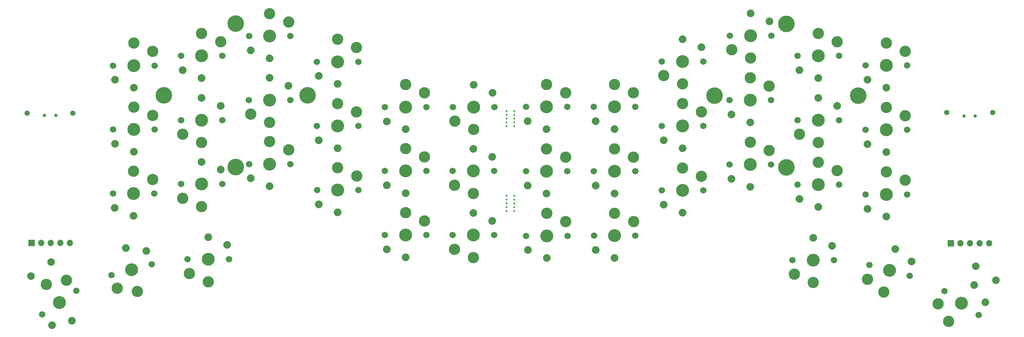
<source format=gbr>
%TF.GenerationSoftware,KiCad,Pcbnew,(6.0.5-0)*%
%TF.CreationDate,2022-12-11T16:35:27-08:00*%
%TF.ProjectId,Swept_3x6,53776570-745f-4337-9836-2e6b69636164,rev?*%
%TF.SameCoordinates,Original*%
%TF.FileFunction,Soldermask,Top*%
%TF.FilePolarity,Negative*%
%FSLAX46Y46*%
G04 Gerber Fmt 4.6, Leading zero omitted, Abs format (unit mm)*
G04 Created by KiCad (PCBNEW (6.0.5-0)) date 2022-12-11 16:35:27*
%MOMM*%
%LPD*%
G01*
G04 APERTURE LIST*
%ADD10C,1.701800*%
%ADD11C,3.000000*%
%ADD12C,3.429000*%
%ADD13C,2.032000*%
%ADD14C,0.500000*%
%ADD15C,2.000000*%
%ADD16C,4.400000*%
%ADD17C,1.397000*%
%ADD18R,1.700000X1.700000*%
%ADD19O,1.700000X1.700000*%
%ADD20C,0.900000*%
G04 APERTURE END LIST*
D10*
%TO.C,SW16*%
X188276600Y-68122800D03*
D11*
X193776600Y-62172800D03*
X198776600Y-64372800D03*
D12*
X193776600Y-68122800D03*
D10*
X199276600Y-68122800D03*
D13*
X193776600Y-74022800D03*
X188776600Y-71922800D03*
%TD*%
D11*
%TO.C,SW20*%
X223473000Y-90389400D03*
D10*
X222973000Y-86639400D03*
D11*
X228473000Y-92589400D03*
D10*
X233973000Y-86639400D03*
D12*
X228473000Y-86639400D03*
D13*
X228473000Y-80739400D03*
X233473000Y-82839400D03*
%TD*%
D11*
%TO.C,SW15*%
X180818800Y-76387000D03*
D10*
X181318800Y-80137000D03*
D11*
X175818800Y-74187000D03*
D12*
X175818800Y-80137000D03*
D10*
X170318800Y-80137000D03*
D13*
X175818800Y-86037000D03*
X170818800Y-83937000D03*
%TD*%
D11*
%TO.C,SW21*%
X247126027Y-95104459D03*
D12*
X248666000Y-89357200D03*
D10*
X253978592Y-90780705D03*
D11*
X242865799Y-91685327D03*
D10*
X243353408Y-87933695D03*
D13*
X250193032Y-83658238D03*
X254479142Y-86980777D03*
%TD*%
D12*
%TO.C,SW17*%
X211785200Y-61239400D03*
D11*
X216785200Y-57489400D03*
D10*
X217285200Y-61239400D03*
D11*
X211785200Y-55289400D03*
D10*
X206285200Y-61239400D03*
D13*
X211785200Y-67139400D03*
X206785200Y-65039400D03*
%TD*%
D12*
%TO.C,SW18*%
X229793800Y-66598800D03*
D10*
X224293800Y-66598800D03*
X235293800Y-66598800D03*
D11*
X229793800Y-60648800D03*
X234793800Y-62848800D03*
D13*
X229793800Y-72498800D03*
X224793800Y-70398800D03*
%TD*%
D12*
%TO.C,SW4*%
X193802000Y-33883600D03*
D11*
X193802000Y-39833600D03*
X188802000Y-37633600D03*
D10*
X199302000Y-33883600D03*
X188302000Y-33883600D03*
D13*
X193802000Y-27983600D03*
X198802000Y-30083600D03*
%TD*%
D12*
%TO.C,SW3*%
X175793400Y-45923200D03*
D10*
X181293400Y-45923200D03*
D11*
X180793400Y-42173200D03*
D10*
X170293400Y-45923200D03*
D11*
X175793400Y-39973200D03*
D13*
X175793400Y-51823200D03*
X170793400Y-49723200D03*
%TD*%
D10*
%TO.C,SW9*%
X170293400Y-63017400D03*
D11*
X180793400Y-59267400D03*
D10*
X181293400Y-63017400D03*
D11*
X175793400Y-57067400D03*
D12*
X175793400Y-63017400D03*
D13*
X175793400Y-68917400D03*
X170793400Y-66817400D03*
%TD*%
D11*
%TO.C,SW14*%
X157810200Y-74212400D03*
D12*
X157810200Y-80162400D03*
D10*
X152310200Y-80162400D03*
X163310200Y-80162400D03*
D11*
X162810200Y-76412400D03*
D13*
X157810200Y-86062400D03*
X152810200Y-83962400D03*
%TD*%
D10*
%TO.C,SW12*%
X224293800Y-49479200D03*
D11*
X229793800Y-55429200D03*
D10*
X235293800Y-49479200D03*
D11*
X224793800Y-53229200D03*
D12*
X229793800Y-49479200D03*
D13*
X229793800Y-43579200D03*
X234793800Y-45679200D03*
%TD*%
D11*
%TO.C,SW11*%
X211785200Y-38169800D03*
D10*
X206285200Y-44119800D03*
X217285200Y-44119800D03*
D12*
X211785200Y-44119800D03*
D11*
X216785200Y-40369800D03*
D13*
X211785200Y-50019800D03*
X206785200Y-47919800D03*
%TD*%
D11*
%TO.C,SW8*%
X162784800Y-59292800D03*
D10*
X152284800Y-63042800D03*
D11*
X157784800Y-57092800D03*
D12*
X157784800Y-63042800D03*
D10*
X163284800Y-63042800D03*
D13*
X157784800Y-68942800D03*
X152784800Y-66842800D03*
%TD*%
D11*
%TO.C,SW6*%
X234819200Y-28609600D03*
X229819200Y-26409600D03*
D10*
X235319200Y-32359600D03*
D12*
X229819200Y-32359600D03*
D10*
X224319200Y-32359600D03*
D13*
X229819200Y-38259600D03*
X224819200Y-36159600D03*
%TD*%
D12*
%TO.C,SW5*%
X211810600Y-27025600D03*
D10*
X217310600Y-27025600D03*
D11*
X206810600Y-30775600D03*
D10*
X206310600Y-27025600D03*
D11*
X211810600Y-32975600D03*
D13*
X211810600Y-21125600D03*
X216810600Y-23225600D03*
%TD*%
D11*
%TO.C,SW2*%
X157784800Y-39973200D03*
D10*
X163284800Y-45923200D03*
D12*
X157784800Y-45923200D03*
D10*
X152284800Y-45923200D03*
D11*
X162784800Y-42173200D03*
D13*
X157784800Y-51823200D03*
X152784800Y-49723200D03*
%TD*%
D14*
%TO.C,mouse-bite-2mm-slot*%
X147142200Y-51079400D03*
X147142200Y-48031400D03*
X147142200Y-49047400D03*
X149174200Y-48031400D03*
X149174200Y-49047400D03*
X147142200Y-50063400D03*
X149174200Y-50063400D03*
X149174200Y-51079400D03*
X149174200Y-47015400D03*
X147142200Y-47015400D03*
%TD*%
%TO.C,mouse-bite-2mm-slot*%
X149199600Y-73583800D03*
X149199600Y-70535800D03*
X147167600Y-70535800D03*
X147167600Y-73583800D03*
X147167600Y-71551800D03*
X149199600Y-71551800D03*
X149199600Y-72567800D03*
X147167600Y-69519800D03*
X147167600Y-72567800D03*
X149199600Y-69519800D03*
%TD*%
D15*
%TO.C,RSW1*%
X276852244Y-91994123D03*
X271527756Y-88265877D03*
%TD*%
D10*
%TO.C,SW10*%
X188276600Y-51003200D03*
X199276600Y-51003200D03*
D11*
X193776600Y-45053200D03*
X198776600Y-47253200D03*
D12*
X193776600Y-51003200D03*
D13*
X193776600Y-56903200D03*
X188776600Y-54803200D03*
%TD*%
D16*
%TO.C,REF\u002A\u002A*%
X240352000Y-42936000D03*
X202252000Y-42936000D03*
X221302000Y-23886000D03*
X221302000Y-61986000D03*
%TD*%
D10*
%TO.C,SW17_r1*%
X89878800Y-61112400D03*
X78878800Y-61112400D03*
D11*
X89378800Y-57362400D03*
X84378800Y-55162400D03*
D12*
X84378800Y-61112400D03*
D13*
X84378800Y-67012400D03*
X79378800Y-64912400D03*
%TD*%
D10*
%TO.C,SW11_r1*%
X89853400Y-44119800D03*
X78853400Y-44119800D03*
D11*
X79353400Y-47869800D03*
D12*
X84353400Y-44119800D03*
D11*
X84353400Y-50069800D03*
D13*
X84353400Y-38219800D03*
X89353400Y-40319800D03*
%TD*%
D10*
%TO.C,SW15_r1*%
X114896000Y-79959200D03*
D11*
X120396000Y-74009200D03*
D12*
X120396000Y-79959200D03*
D10*
X125896000Y-79959200D03*
D11*
X125396000Y-76209200D03*
D13*
X120396000Y-85859200D03*
X115396000Y-83759200D03*
%TD*%
D10*
%TO.C,SW18_r1*%
X60844800Y-66421000D03*
D11*
X66344800Y-72371000D03*
D12*
X66344800Y-66421000D03*
D10*
X71844800Y-66421000D03*
D11*
X61344800Y-70171000D03*
D13*
X66344800Y-60521000D03*
X71344800Y-62621000D03*
%TD*%
D10*
%TO.C,SW6_r1*%
X60844800Y-32359600D03*
D11*
X71344800Y-28609600D03*
X66344800Y-26409600D03*
D10*
X71844800Y-32359600D03*
D12*
X66344800Y-32359600D03*
D13*
X66344800Y-38259600D03*
X61344800Y-36159600D03*
%TD*%
D10*
%TO.C,SW5_r1*%
X78878800Y-27101800D03*
X89878800Y-27101800D03*
D11*
X89378800Y-23351800D03*
D12*
X84378800Y-27101800D03*
D11*
X84378800Y-21151800D03*
D13*
X84378800Y-33001800D03*
X79378800Y-30901800D03*
%TD*%
D10*
%TO.C,SW2_r1*%
X143904600Y-45974000D03*
D11*
X138404600Y-51924000D03*
X133404600Y-49724000D03*
D10*
X132904600Y-45974000D03*
D12*
X138404600Y-45974000D03*
D13*
X138404600Y-40074000D03*
X143404600Y-42174000D03*
%TD*%
D10*
%TO.C,SW16_r1*%
X96912800Y-67995800D03*
D11*
X102412800Y-62045800D03*
D12*
X102412800Y-67995800D03*
D10*
X107912800Y-67995800D03*
D11*
X107412800Y-64245800D03*
D13*
X102412800Y-73895800D03*
X97412800Y-71795800D03*
%TD*%
D12*
%TO.C,SW4_r1*%
X102387400Y-33934400D03*
D11*
X107387400Y-30184400D03*
X102387400Y-27984400D03*
D10*
X96887400Y-33934400D03*
X107887400Y-33934400D03*
D13*
X102387400Y-39834400D03*
X97387400Y-37734400D03*
%TD*%
D11*
%TO.C,SW13_r1*%
X48336200Y-45993000D03*
D10*
X53836200Y-51943000D03*
D11*
X53336200Y-48193000D03*
D10*
X42836200Y-51943000D03*
D12*
X48336200Y-51943000D03*
D13*
X48336200Y-57843000D03*
X43336200Y-55743000D03*
%TD*%
D11*
%TO.C,SW12_r1*%
X66344800Y-55378400D03*
D10*
X71844800Y-49428400D03*
X60844800Y-49428400D03*
D12*
X66344800Y-49428400D03*
D11*
X61344800Y-53178400D03*
D13*
X66344800Y-43528400D03*
X71344800Y-45628400D03*
%TD*%
D10*
%TO.C,SW3_r1*%
X114896000Y-45974000D03*
D12*
X120396000Y-45974000D03*
D10*
X125896000Y-45974000D03*
D11*
X125396000Y-42224000D03*
X120396000Y-40024000D03*
D13*
X120396000Y-51874000D03*
X115396000Y-49774000D03*
%TD*%
D10*
%TO.C,SW8_r1*%
X143879200Y-62966600D03*
D12*
X138379200Y-62966600D03*
D10*
X132879200Y-62966600D03*
D11*
X133379200Y-66716600D03*
X138379200Y-68916600D03*
D13*
X138379200Y-57066600D03*
X143379200Y-59166600D03*
%TD*%
D12*
%TO.C,SW21_r1*%
X47777400Y-89154000D03*
D11*
X49317373Y-94901259D03*
D10*
X42464808Y-90577505D03*
D11*
X43918342Y-94070317D03*
D10*
X53089992Y-87730495D03*
D13*
X46250368Y-83455038D03*
X51623517Y-84189387D03*
%TD*%
D10*
%TO.C,SW9_r1*%
X125896000Y-62966600D03*
D11*
X120396000Y-57016600D03*
D10*
X114896000Y-62966600D03*
D12*
X120396000Y-62966600D03*
D11*
X125396000Y-59216600D03*
D13*
X120396000Y-68866600D03*
X115396000Y-66766600D03*
%TD*%
D11*
%TO.C,SW20_r1*%
X68072000Y-92360800D03*
D10*
X73572000Y-86410800D03*
D11*
X63072000Y-90160800D03*
D12*
X68072000Y-86410800D03*
D10*
X62572000Y-86410800D03*
D13*
X68072000Y-80510800D03*
X73072000Y-82610800D03*
%TD*%
D12*
%TO.C,SW7_r1*%
X48336200Y-34950400D03*
D11*
X53336200Y-31200400D03*
D10*
X42836200Y-34950400D03*
D11*
X48336200Y-29000400D03*
D10*
X53836200Y-34950400D03*
D13*
X48336200Y-40850400D03*
X43336200Y-38750400D03*
%TD*%
D16*
%TO.C,REF\u002A\u002A*%
X94407400Y-42878400D03*
X56307400Y-42878400D03*
X75357400Y-61928400D03*
X75357400Y-23828400D03*
%TD*%
D15*
%TO.C,RSW2*%
X26412244Y-87115877D03*
X21087756Y-90844123D03*
%TD*%
D11*
%TO.C,SW13*%
X247827800Y-46094600D03*
D12*
X247827800Y-52044600D03*
D10*
X253327800Y-52044600D03*
D11*
X252827800Y-48294600D03*
D10*
X242327800Y-52044600D03*
D13*
X247827800Y-57944600D03*
X242827800Y-55844600D03*
%TD*%
D12*
%TO.C,SW22*%
X267766800Y-98044000D03*
D10*
X272272136Y-101198670D03*
D11*
X264354020Y-102917955D03*
D10*
X263261464Y-94889330D03*
D11*
X261520128Y-98247938D03*
D13*
X271150901Y-93211003D03*
X274042151Y-97799104D03*
%TD*%
D11*
%TO.C,SW19*%
X252827800Y-65414200D03*
D12*
X247827800Y-69164200D03*
D11*
X247827800Y-63214200D03*
D10*
X242327800Y-69164200D03*
X253327800Y-69164200D03*
D13*
X247827800Y-75064200D03*
X242827800Y-72964200D03*
%TD*%
D10*
%TO.C,SW19_r1*%
X53810800Y-68961000D03*
X42810800Y-68961000D03*
D11*
X53310800Y-65211000D03*
D12*
X48310800Y-68961000D03*
D11*
X48310800Y-63011000D03*
D13*
X48310800Y-74861000D03*
X43310800Y-72761000D03*
%TD*%
D17*
%TO.C,Bat+1*%
X263855200Y-47396400D03*
%TD*%
D11*
%TO.C,SW10_r1*%
X102387400Y-45027800D03*
D10*
X96887400Y-50977800D03*
X107887400Y-50977800D03*
D11*
X107387400Y-47227800D03*
D12*
X102387400Y-50977800D03*
D13*
X102387400Y-56877800D03*
X97387400Y-54777800D03*
%TD*%
D10*
%TO.C,SW22_r1*%
X24079200Y-101066600D03*
D11*
X30529385Y-91972228D03*
X25171756Y-93037975D03*
D10*
X33089872Y-94757260D03*
D12*
X28584536Y-97911930D03*
D13*
X31968637Y-102744927D03*
X26668366Y-103892590D03*
%TD*%
D17*
%TO.C,BatGND1*%
X275996400Y-47447200D03*
%TD*%
%TO.C,Bat+r1*%
X20040600Y-47574200D03*
%TD*%
D18*
%TO.C,J1*%
X264965000Y-82180000D03*
D19*
X267505000Y-82180000D03*
X270045000Y-82180000D03*
X272585000Y-82180000D03*
X275125000Y-82180000D03*
%TD*%
D11*
%TO.C,SW14_r1*%
X133379200Y-83734600D03*
D12*
X138379200Y-79984600D03*
D10*
X143879200Y-79984600D03*
D11*
X138379200Y-85934600D03*
D10*
X132879200Y-79984600D03*
D13*
X138379200Y-74084600D03*
X143379200Y-76184600D03*
%TD*%
D10*
%TO.C,SW7*%
X242327800Y-34925000D03*
X253327800Y-34925000D03*
D12*
X247827800Y-34925000D03*
D11*
X247827800Y-28975000D03*
X252827800Y-31175000D03*
D13*
X247827800Y-40825000D03*
X242827800Y-38725000D03*
%TD*%
D18*
%TO.C,J2*%
X21230000Y-82090000D03*
D19*
X23770000Y-82090000D03*
X26310000Y-82090000D03*
X28850000Y-82090000D03*
X31390000Y-82090000D03*
%TD*%
D17*
%TO.C,BatGND4*%
X32207200Y-47625000D03*
%TD*%
D20*
%TO.C,SW_POWER1*%
X268375000Y-48328800D03*
X271375000Y-48328800D03*
%TD*%
%TO.C,SW_POWERR1*%
X27662000Y-48201800D03*
X24662000Y-48201800D03*
%TD*%
M02*

</source>
